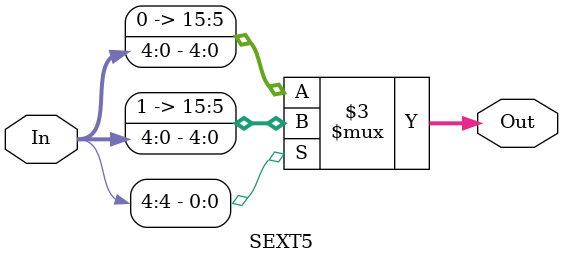
<source format=sv>
module SEXT5(	input logic [4:0]	In,
					output logic[15:0]Out);
					
always_comb
begin
	if(In[4])
		Out <= {(11'b11111111111),In};
	else
		Out <= {(11'b00000000000),In};
end

endmodule

</source>
